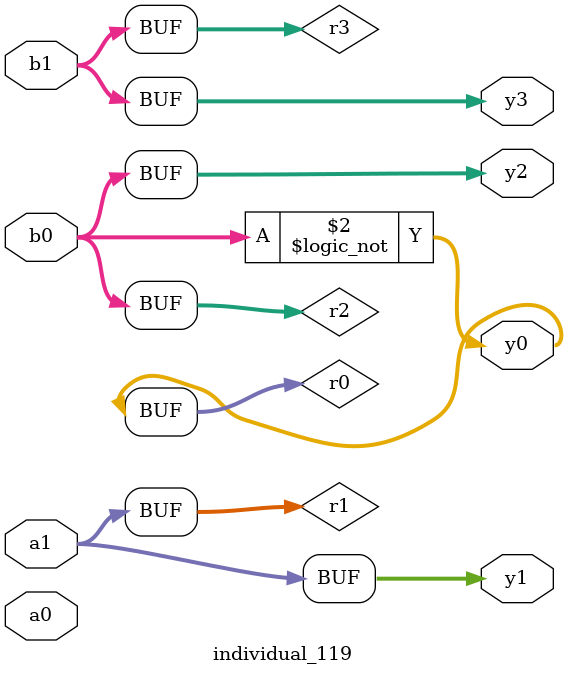
<source format=sv>
module individual_119(input logic [15:0] a1, input logic [15:0] a0, input logic [15:0] b1, input logic [15:0] b0, output logic [15:0] y3, output logic [15:0] y2, output logic [15:0] y1, output logic [15:0] y0);
logic [15:0] r0, r1, r2, r3; 
 always@(*) begin 
	 r0 = a0; r1 = a1; r2 = b0; r3 = b1; 
 	 r0 = ! b0 ;
 	 y3 = r3; y2 = r2; y1 = r1; y0 = r0; 
end
endmodule
</source>
